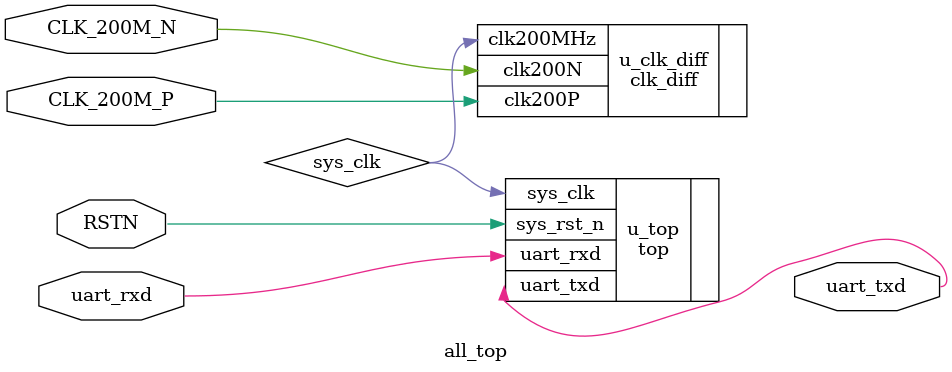
<source format=v>
module all_top(
    input           CLK_200M_P,            
    input           CLK_200M_N,
    input           RSTN,          

    input           uart_rxd,           
    output          uart_txd
    // output          led_out
    );

    wire sys_clk;

    parameter SYSTEM_CLK = 200000000;
    parameter UART_BPS = 9600; // 10000 for debug
    parameter FIFO_DEPTH = 42;
    parameter DATA_WIDTH = 32;

    clk_diff u_clk_diff(
        .clk200P(CLK_200M_P),
        .clk200N(CLK_200M_N),
        .clk200MHz(sys_clk)
    );

    top #(.CLK_FREQ(SYSTEM_CLK),
        .UART_BPS(UART_BPS),
        .FIFO_DEPTH(FIFO_DEPTH),
        .DATA_WIDTH(DATA_WIDTH))
    u_top (
        .sys_clk(sys_clk),
        .sys_rst_n(RSTN),
        .uart_rxd(uart_rxd),
        .uart_txd(uart_txd)
        // .led_out(led_out)
    );

endmodule
</source>
